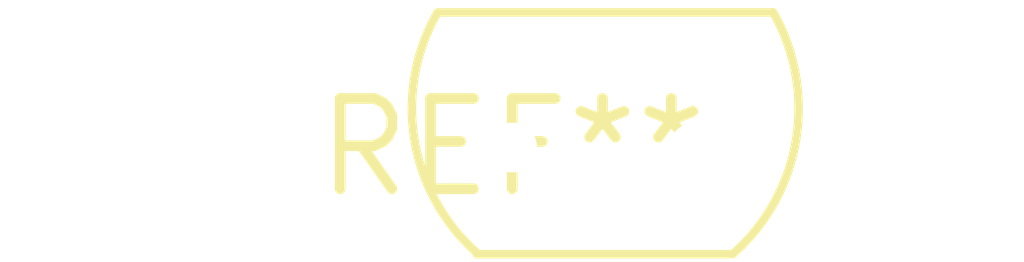
<source format=kicad_pcb>
(kicad_pcb (version 20240108) (generator pcbnew)
  (layers (0 "F.Cu" signal) (31 "B.Cu" signal) (34 "B.Paste" user) (35 "F.Paste" user) (36 "B.SilkS" user "B.Silkscreen") (37 "F.SilkS" user "F.Silkscreen") (38 "B.Mask" user) (39 "F.Mask" user) (44 "Edge.Cuts" user))
  (net 0 "")
  (footprint "Osram_SFH225" (layer "F.Cu") (at 0 0)
    (property "Reference" "REF**")
    (property "Value" "Osram_SFH225")
    (fp_line (start -1.05 -1.9) (end 3.65 -1.9) (layer "F.SilkS") (stroke (width 0.12)))
    (fp_line (start -0.5 1.5) (end 3.05 1.5) (layer "F.SilkS") (stroke (width 0.12)))
    (fp_arc (start -0.489222 1.487733) (mid -1.374411 -0.10602) (end -1.05 -1.9) (layer "F.SilkS") (stroke (width 0.12)))
    (fp_arc (start 3.668649 -1.903514) (mid 3.990796 -0.10043) (end 3.1 1.5) (layer "F.SilkS") (stroke (width 0.12)))
    (pad "1" thru_hole roundrect (at 0 0) (size 1.4 1.4) (drill 0.7) (layers *.Cu *.Mask) (remove_unused_layers) (roundrect_rratio 0.178))
    (pad "2" thru_hole circle (at 2.56 0) (size 1.4 1.4) (drill 0.7) (layers *.Cu *.Mask) (remove_unused_layers))
  )
)
</source>
